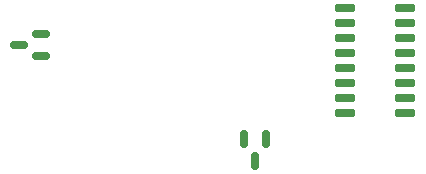
<source format=gbr>
%TF.GenerationSoftware,KiCad,Pcbnew,9.0.7*%
%TF.CreationDate,2026-02-03T14:22:32+01:00*%
%TF.ProjectId,lokho2-adc,6c6f6b68-6f32-42d6-9164-632e6b696361,rev?*%
%TF.SameCoordinates,Original*%
%TF.FileFunction,Paste,Top*%
%TF.FilePolarity,Positive*%
%FSLAX46Y46*%
G04 Gerber Fmt 4.6, Leading zero omitted, Abs format (unit mm)*
G04 Created by KiCad (PCBNEW 9.0.7) date 2026-02-03 14:22:32*
%MOMM*%
%LPD*%
G01*
G04 APERTURE LIST*
G04 Aperture macros list*
%AMRoundRect*
0 Rectangle with rounded corners*
0 $1 Rounding radius*
0 $2 $3 $4 $5 $6 $7 $8 $9 X,Y pos of 4 corners*
0 Add a 4 corners polygon primitive as box body*
4,1,4,$2,$3,$4,$5,$6,$7,$8,$9,$2,$3,0*
0 Add four circle primitives for the rounded corners*
1,1,$1+$1,$2,$3*
1,1,$1+$1,$4,$5*
1,1,$1+$1,$6,$7*
1,1,$1+$1,$8,$9*
0 Add four rect primitives between the rounded corners*
20,1,$1+$1,$2,$3,$4,$5,0*
20,1,$1+$1,$4,$5,$6,$7,0*
20,1,$1+$1,$6,$7,$8,$9,0*
20,1,$1+$1,$8,$9,$2,$3,0*%
G04 Aperture macros list end*
%ADD10RoundRect,0.150000X0.587500X0.150000X-0.587500X0.150000X-0.587500X-0.150000X0.587500X-0.150000X0*%
%ADD11RoundRect,0.150000X-0.725000X-0.150000X0.725000X-0.150000X0.725000X0.150000X-0.725000X0.150000X0*%
%ADD12RoundRect,0.150000X-0.150000X0.587500X-0.150000X-0.587500X0.150000X-0.587500X0.150000X0.587500X0*%
G04 APERTURE END LIST*
D10*
%TO.C,U2*%
X140307500Y-82540000D03*
X140307500Y-80640000D03*
X138432500Y-81590000D03*
%TD*%
D11*
%TO.C,U1*%
X166005000Y-78415000D03*
X166005000Y-79685000D03*
X166005000Y-80955000D03*
X166005000Y-82225000D03*
X166005000Y-83495000D03*
X166005000Y-84765000D03*
X166005000Y-86035000D03*
X166005000Y-87305000D03*
X171155000Y-87305000D03*
X171155000Y-86035000D03*
X171155000Y-84765000D03*
X171155000Y-83495000D03*
X171155000Y-82225000D03*
X171155000Y-80955000D03*
X171155000Y-79685000D03*
X171155000Y-78415000D03*
%TD*%
D12*
%TO.C,Q1*%
X159370000Y-89542500D03*
X157470000Y-89542500D03*
X158420000Y-91417500D03*
%TD*%
M02*

</source>
